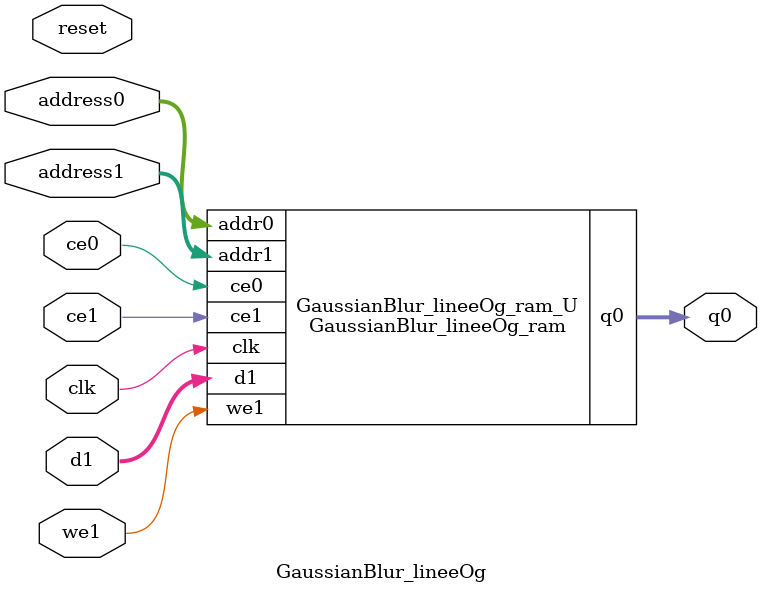
<source format=v>
`timescale 1 ns / 1 ps
module GaussianBlur_lineeOg_ram (addr0, ce0, q0, addr1, ce1, d1, we1,  clk);

parameter DWIDTH = 40;
parameter AWIDTH = 11;
parameter MEM_SIZE = 1920;

input[AWIDTH-1:0] addr0;
input ce0;
output reg[DWIDTH-1:0] q0;
input[AWIDTH-1:0] addr1;
input ce1;
input[DWIDTH-1:0] d1;
input we1;
input clk;

(* ram_style = "block" *)reg [DWIDTH-1:0] ram[0:MEM_SIZE-1];




always @(posedge clk)  
begin 
    if (ce0) 
    begin
        q0 <= ram[addr0];
    end
end


always @(posedge clk)  
begin 
    if (ce1) 
    begin
        if (we1) 
        begin 
            ram[addr1] <= d1; 
        end 
    end
end


endmodule

`timescale 1 ns / 1 ps
module GaussianBlur_lineeOg(
    reset,
    clk,
    address0,
    ce0,
    q0,
    address1,
    ce1,
    we1,
    d1);

parameter DataWidth = 32'd40;
parameter AddressRange = 32'd1920;
parameter AddressWidth = 32'd11;
input reset;
input clk;
input[AddressWidth - 1:0] address0;
input ce0;
output[DataWidth - 1:0] q0;
input[AddressWidth - 1:0] address1;
input ce1;
input we1;
input[DataWidth - 1:0] d1;



GaussianBlur_lineeOg_ram GaussianBlur_lineeOg_ram_U(
    .clk( clk ),
    .addr0( address0 ),
    .ce0( ce0 ),
    .q0( q0 ),
    .addr1( address1 ),
    .ce1( ce1 ),
    .we1( we1 ),
    .d1( d1 ));

endmodule


</source>
